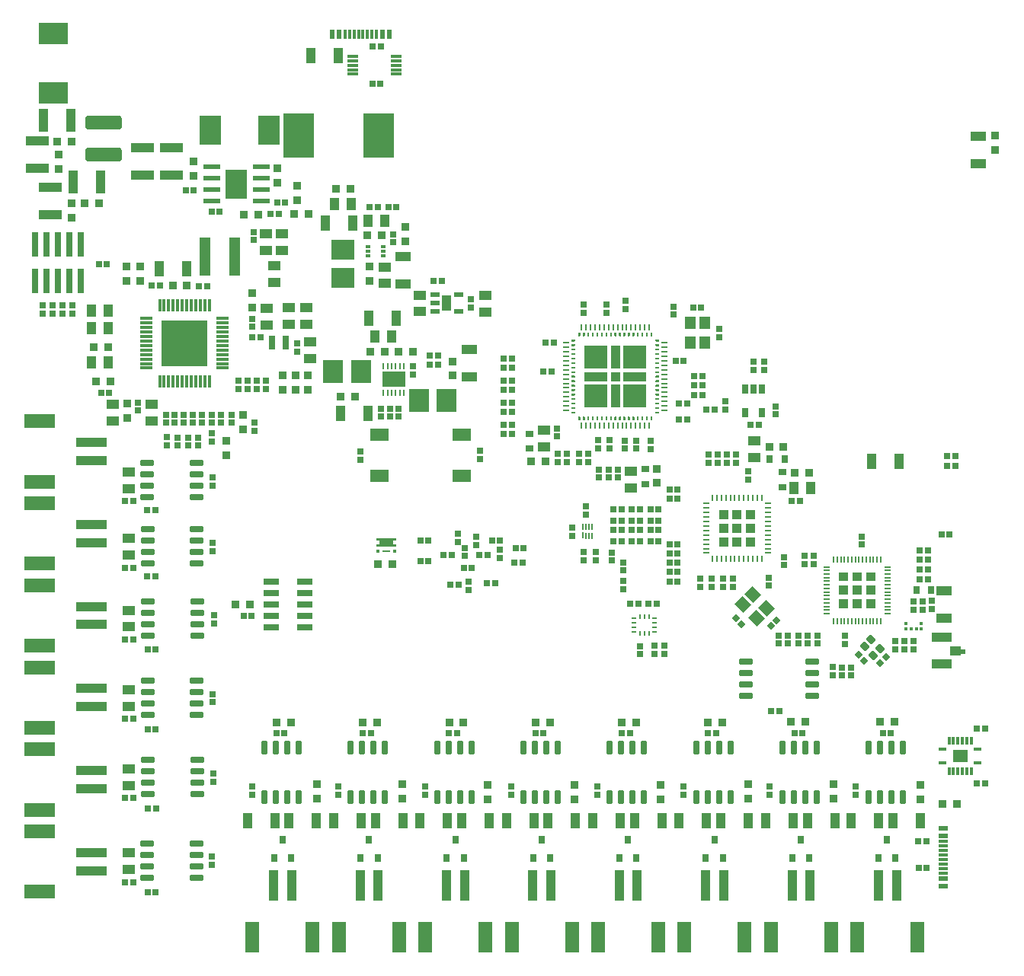
<source format=gtp>
G04*
G04 #@! TF.GenerationSoftware,Altium Limited,Altium Designer,21.6.4 (81)*
G04*
G04 Layer_Color=8421504*
%FSTAX24Y24*%
%MOIN*%
G70*
G04*
G04 #@! TF.SameCoordinates,CFC9D6D8-CD49-4BFF-A4EB-002DC6F40297*
G04*
G04*
G04 #@! TF.FilePolarity,Positive*
G04*
G01*
G75*
%ADD27R,0.0394X0.0394*%
%ADD28R,0.0394X0.0984*%
%ADD29R,0.0984X0.0984*%
%ADD30R,0.0984X0.0394*%
%ADD31R,0.0660X0.0290*%
%ADD32R,0.0252X0.0252*%
%ADD33R,0.0449X0.0236*%
%ADD34R,0.0449X0.0118*%
%ADD35R,0.0335X0.0374*%
%ADD36R,0.1299X0.0965*%
%ADD37R,0.0827X0.0551*%
%ADD38R,0.0118X0.0571*%
%ADD39R,0.0571X0.0118*%
%ADD40R,0.2047X0.2047*%
%ADD41R,0.0187X0.0118*%
%ADD42R,0.0433X0.0236*%
%ADD43R,0.0384X0.0669*%
%ADD44R,0.0752X0.0240*%
%ADD45R,0.0917X0.1268*%
%ADD46R,0.0157X0.0150*%
%ADD47R,0.0150X0.0157*%
%ADD48R,0.0256X0.0087*%
%ADD49R,0.0087X0.0256*%
%ADD50R,0.0394X0.0394*%
G04:AMPARAMS|DCode=51|XSize=23.6mil|YSize=61mil|CornerRadius=3.5mil|HoleSize=0mil|Usage=FLASHONLY|Rotation=270.000|XOffset=0mil|YOffset=0mil|HoleType=Round|Shape=RoundedRectangle|*
%AMROUNDEDRECTD51*
21,1,0.0236,0.0539,0,0,270.0*
21,1,0.0165,0.0610,0,0,270.0*
1,1,0.0071,-0.0270,-0.0083*
1,1,0.0071,-0.0270,0.0083*
1,1,0.0071,0.0270,0.0083*
1,1,0.0071,0.0270,-0.0083*
%
%ADD51ROUNDEDRECTD51*%
%ADD52R,0.0197X0.0197*%
G04:AMPARAMS|DCode=53|XSize=33.5mil|YSize=29.5mil|CornerRadius=4.4mil|HoleSize=0mil|Usage=FLASHONLY|Rotation=135.000|XOffset=0mil|YOffset=0mil|HoleType=Round|Shape=RoundedRectangle|*
%AMROUNDEDRECTD53*
21,1,0.0335,0.0207,0,0,135.0*
21,1,0.0246,0.0295,0,0,135.0*
1,1,0.0089,-0.0014,0.0160*
1,1,0.0089,0.0160,-0.0014*
1,1,0.0089,0.0014,-0.0160*
1,1,0.0089,-0.0160,0.0014*
%
%ADD53ROUNDEDRECTD53*%
%ADD54R,0.0450X0.0410*%
%ADD55R,0.0890X0.0410*%
%ADD56R,0.1043X0.0394*%
%ADD57R,0.0291X0.1098*%
%ADD58R,0.0591X0.1339*%
%ADD59R,0.0394X0.1378*%
%ADD60R,0.0236X0.0449*%
%ADD61R,0.0118X0.0449*%
%ADD62R,0.0945X0.1299*%
%ADD63R,0.0315X0.0354*%
%ADD64R,0.1339X0.1969*%
%ADD65R,0.0465X0.1709*%
%ADD66R,0.0315X0.0630*%
%ADD67R,0.0866X0.0984*%
%ADD68R,0.0138X0.0118*%
%ADD69R,0.0343X0.0093*%
%ADD70R,0.0374X0.0335*%
%ADD71R,0.0394X0.0689*%
%ADD72R,0.0098X0.0315*%
%ADD73R,0.1043X0.0689*%
G04:AMPARAMS|DCode=74|XSize=23.6mil|YSize=61mil|CornerRadius=3.5mil|HoleSize=0mil|Usage=FLASHONLY|Rotation=0.000|XOffset=0mil|YOffset=0mil|HoleType=Round|Shape=RoundedRectangle|*
%AMROUNDEDRECTD74*
21,1,0.0236,0.0539,0,0,0.0*
21,1,0.0165,0.0610,0,0,0.0*
1,1,0.0071,0.0083,-0.0270*
1,1,0.0071,-0.0083,-0.0270*
1,1,0.0071,-0.0083,0.0270*
1,1,0.0071,0.0083,0.0270*
%
%ADD74ROUNDEDRECTD74*%
%ADD75R,0.0098X0.0187*%
%ADD76R,0.0187X0.0098*%
%ADD77R,0.0472X0.0120*%
G04:AMPARAMS|DCode=78|XSize=9.8mil|YSize=23.6mil|CornerRadius=1.5mil|HoleSize=0mil|Usage=FLASHONLY|Rotation=180.000|XOffset=0mil|YOffset=0mil|HoleType=Round|Shape=RoundedRectangle|*
%AMROUNDEDRECTD78*
21,1,0.0098,0.0207,0,0,180.0*
21,1,0.0069,0.0236,0,0,180.0*
1,1,0.0030,-0.0034,0.0103*
1,1,0.0030,0.0034,0.0103*
1,1,0.0030,0.0034,-0.0103*
1,1,0.0030,-0.0034,-0.0103*
%
%ADD78ROUNDEDRECTD78*%
G04:AMPARAMS|DCode=79|XSize=9.8mil|YSize=23.6mil|CornerRadius=1.5mil|HoleSize=0mil|Usage=FLASHONLY|Rotation=270.000|XOffset=0mil|YOffset=0mil|HoleType=Round|Shape=RoundedRectangle|*
%AMROUNDEDRECTD79*
21,1,0.0098,0.0207,0,0,270.0*
21,1,0.0069,0.0236,0,0,270.0*
1,1,0.0030,-0.0103,-0.0034*
1,1,0.0030,-0.0103,0.0034*
1,1,0.0030,0.0103,0.0034*
1,1,0.0030,0.0103,-0.0034*
%
%ADD79ROUNDEDRECTD79*%
G04:AMPARAMS|DCode=80|XSize=55.1mil|YSize=47.2mil|CornerRadius=0mil|HoleSize=0mil|Usage=FLASHONLY|Rotation=315.000|XOffset=0mil|YOffset=0mil|HoleType=Round|Shape=Rectangle|*
%AMROTATEDRECTD80*
4,1,4,-0.0362,0.0028,-0.0028,0.0362,0.0362,-0.0028,0.0028,-0.0362,-0.0362,0.0028,0.0*
%
%ADD80ROTATEDRECTD80*%

G04:AMPARAMS|DCode=81|XSize=157.5mil|YSize=59.1mil|CornerRadius=8.9mil|HoleSize=0mil|Usage=FLASHONLY|Rotation=0.000|XOffset=0mil|YOffset=0mil|HoleType=Round|Shape=RoundedRectangle|*
%AMROUNDEDRECTD81*
21,1,0.1575,0.0413,0,0,0.0*
21,1,0.1398,0.0591,0,0,0.0*
1,1,0.0177,0.0699,-0.0207*
1,1,0.0177,-0.0699,-0.0207*
1,1,0.0177,-0.0699,0.0207*
1,1,0.0177,0.0699,0.0207*
%
%ADD81ROUNDEDRECTD81*%
%ADD82C,0.0083*%
%ADD83O,0.0077X0.0300*%
%ADD84O,0.0300X0.0077*%
%ADD85R,0.0551X0.0394*%
G04:AMPARAMS|DCode=86|XSize=10.2mil|YSize=35.4mil|CornerRadius=1.3mil|HoleSize=0mil|Usage=FLASHONLY|Rotation=180.000|XOffset=0mil|YOffset=0mil|HoleType=Round|Shape=RoundedRectangle|*
%AMROUNDEDRECTD86*
21,1,0.0102,0.0329,0,0,180.0*
21,1,0.0077,0.0354,0,0,180.0*
1,1,0.0026,-0.0038,0.0164*
1,1,0.0026,0.0038,0.0164*
1,1,0.0026,0.0038,-0.0164*
1,1,0.0026,-0.0038,-0.0164*
%
%ADD86ROUNDEDRECTD86*%
G04:AMPARAMS|DCode=87|XSize=35.4mil|YSize=10.2mil|CornerRadius=1.3mil|HoleSize=0mil|Usage=FLASHONLY|Rotation=180.000|XOffset=0mil|YOffset=0mil|HoleType=Round|Shape=RoundedRectangle|*
%AMROUNDEDRECTD87*
21,1,0.0354,0.0077,0,0,180.0*
21,1,0.0329,0.0102,0,0,180.0*
1,1,0.0026,-0.0164,0.0038*
1,1,0.0026,0.0164,0.0038*
1,1,0.0026,0.0164,-0.0038*
1,1,0.0026,-0.0164,-0.0038*
%
%ADD87ROUNDEDRECTD87*%
%ADD88R,0.0252X0.0252*%
%ADD89R,0.0394X0.0551*%
%ADD90R,0.0689X0.0394*%
%ADD91P,0.0356X4X360.0*%
%ADD92P,0.0356X4X90.0*%
%ADD93R,0.0472X0.0551*%
%ADD94R,0.0075X0.0303*%
G04:AMPARAMS|DCode=95|XSize=23.6mil|YSize=43.3mil|CornerRadius=2.4mil|HoleSize=0mil|Usage=FLASHONLY|Rotation=0.000|XOffset=0mil|YOffset=0mil|HoleType=Round|Shape=RoundedRectangle|*
%AMROUNDEDRECTD95*
21,1,0.0236,0.0386,0,0,0.0*
21,1,0.0189,0.0433,0,0,0.0*
1,1,0.0047,0.0094,-0.0193*
1,1,0.0047,-0.0094,-0.0193*
1,1,0.0047,-0.0094,0.0193*
1,1,0.0047,0.0094,0.0193*
%
%ADD95ROUNDEDRECTD95*%
%ADD96R,0.0984X0.0866*%
%ADD97R,0.0394X0.1043*%
%ADD98R,0.0276X0.0335*%
%ADD99R,0.0075X0.0280*%
%ADD100R,0.0335X0.0276*%
%ADD101R,0.1339X0.0591*%
%ADD102R,0.1378X0.0394*%
G36*
X040606Y036801D02*
X040606Y036682D01*
X040523D01*
X040523Y036801D01*
X040606Y036801D01*
D02*
G37*
G36*
X040409Y036682D02*
X040327D01*
X040327Y036801D01*
X040409Y036801D01*
X040409Y036682D01*
D02*
G37*
G36*
X040212D02*
X04013D01*
X04013Y036801D01*
X040212Y036801D01*
X040212Y036682D01*
D02*
G37*
G36*
X039819Y036801D02*
X039819Y036682D01*
X039736D01*
X039736Y036801D01*
X039819Y036801D01*
D02*
G37*
G36*
X039622D02*
X039622Y036682D01*
X039539D01*
X039539Y036801D01*
X039622Y036801D01*
D02*
G37*
G36*
X039425Y036682D02*
X039342D01*
X039342Y036801D01*
X039425D01*
X039425Y036682D01*
D02*
G37*
G36*
X038638D02*
X038555D01*
X038555Y036801D01*
X038638D01*
X038638Y036682D01*
D02*
G37*
G36*
X038441D02*
X038358D01*
X038358Y036801D01*
X038441D01*
X038441Y036682D01*
D02*
G37*
G36*
X038244D02*
X038161D01*
X038161Y036801D01*
X038244D01*
X038244Y036682D01*
D02*
G37*
G36*
X038047D02*
X037964Y036682D01*
X037964Y036801D01*
X038047D01*
X038047Y036682D01*
D02*
G37*
G36*
X03785D02*
X037767D01*
X037767Y036801D01*
X03785Y036801D01*
X03785Y036682D01*
D02*
G37*
G36*
X037653D02*
X037571D01*
X037571Y036801D01*
X037653Y036801D01*
X037653Y036682D01*
D02*
G37*
G36*
X037456D02*
X037374D01*
X037374Y036801D01*
X037456D01*
X037456Y036682D01*
D02*
G37*
G36*
X040016Y036682D02*
X039933Y036682D01*
X039933Y036801D01*
X040016D01*
X040016Y036682D01*
D02*
G37*
G36*
X039228D02*
X039145Y036682D01*
X039145Y036801D01*
X039228D01*
X039228Y036682D01*
D02*
G37*
G36*
X039031D02*
X038949Y036682D01*
X038949Y036801D01*
X039031D01*
X039031Y036682D01*
D02*
G37*
G36*
X038834D02*
X038752D01*
X038752Y036801D01*
X038834D01*
X038834Y036682D01*
D02*
G37*
G36*
X040899Y036507D02*
Y036425D01*
X040781Y036425D01*
X040781Y036507D01*
X040899Y036507D01*
D02*
G37*
G36*
X037199Y036425D02*
X03708Y036425D01*
X03708Y036507D01*
X037199Y036507D01*
X037199Y036425D01*
D02*
G37*
G36*
X040899Y03631D02*
Y036228D01*
X040781Y036228D01*
Y03631D01*
X040899Y03631D01*
D02*
G37*
G36*
X037199Y036228D02*
X03708Y036228D01*
X03708Y03631D01*
X037199Y03631D01*
X037199Y036228D01*
D02*
G37*
G36*
X040899Y036114D02*
Y036031D01*
X040781Y036031D01*
X040781Y036114D01*
X040899Y036114D01*
D02*
G37*
G36*
X037199Y036031D02*
X03708Y036031D01*
X03708Y036114D01*
X037199Y036114D01*
Y036031D01*
D02*
G37*
G36*
X040899Y035917D02*
Y035834D01*
X040781Y035834D01*
Y035917D01*
X040899Y035917D01*
D02*
G37*
G36*
X037199Y035834D02*
X03708Y035834D01*
X03708Y035917D01*
X037199Y035917D01*
X037199Y035834D01*
D02*
G37*
G36*
X040899Y03572D02*
Y035637D01*
X040781Y035637D01*
X040781Y03572D01*
X040899Y03572D01*
D02*
G37*
G36*
X037199Y035637D02*
X03708Y035637D01*
X03708Y03572D01*
X037199Y03572D01*
X037199Y035637D01*
D02*
G37*
G36*
X040899Y035523D02*
X040899Y03544D01*
X040781Y03544D01*
X040781Y035523D01*
X040899Y035523D01*
D02*
G37*
G36*
X037199Y03544D02*
X03708Y03544D01*
Y035523D01*
X037199Y035523D01*
X037199Y03544D01*
D02*
G37*
G36*
X040899Y035326D02*
X040899Y035243D01*
X040781Y035243D01*
Y035326D01*
X040899Y035326D01*
D02*
G37*
G36*
X037199Y035243D02*
X03708Y035243D01*
Y035326D01*
X037199Y035326D01*
X037199Y035243D01*
D02*
G37*
G36*
X040899Y035129D02*
Y035047D01*
X040781Y035047D01*
Y035129D01*
X040899Y035129D01*
D02*
G37*
G36*
X037199Y035047D02*
X03708Y035047D01*
Y035129D01*
X037199Y035129D01*
X037199Y035047D01*
D02*
G37*
G36*
X040899Y034932D02*
Y03485D01*
X040781Y03485D01*
Y034932D01*
X040899Y034932D01*
D02*
G37*
G36*
X037199Y03485D02*
X03708Y03485D01*
X03708Y034932D01*
X037199Y034932D01*
Y03485D01*
D02*
G37*
G36*
X040899Y034736D02*
X040899Y034653D01*
X040781Y034653D01*
X040781Y034736D01*
X040899Y034736D01*
D02*
G37*
G36*
X037199Y034653D02*
X03708Y034653D01*
X03708Y034736D01*
X037199Y034736D01*
Y034653D01*
D02*
G37*
G36*
X040899Y034539D02*
Y034456D01*
X040781Y034456D01*
Y034539D01*
X040899Y034539D01*
D02*
G37*
G36*
X037199Y034456D02*
X03708Y034456D01*
X03708Y034539D01*
X037199Y034539D01*
X037199Y034456D01*
D02*
G37*
G36*
X040899Y034342D02*
Y034259D01*
X040781Y034259D01*
X040781Y034342D01*
X040899Y034342D01*
D02*
G37*
G36*
X037199Y034259D02*
X03708Y034259D01*
Y034342D01*
X037199Y034342D01*
X037199Y034259D01*
D02*
G37*
G36*
X040899Y034145D02*
X040899Y034062D01*
X040781Y034062D01*
Y034145D01*
X040899Y034145D01*
D02*
G37*
G36*
X037199Y034062D02*
X03708Y034062D01*
Y034145D01*
X037199Y034145D01*
Y034062D01*
D02*
G37*
G36*
X040899Y033948D02*
X040899Y033866D01*
X040781Y033866D01*
Y033948D01*
X040899Y033948D01*
D02*
G37*
G36*
X037199Y033865D02*
X03708Y033866D01*
X03708Y033948D01*
X037199Y033948D01*
Y033865D01*
D02*
G37*
G36*
X040899Y033751D02*
X040899Y033669D01*
X040781Y033669D01*
Y033751D01*
X040899Y033751D01*
D02*
G37*
G36*
X037199Y033669D02*
X03708Y033669D01*
X03708Y033751D01*
X037199Y033751D01*
Y033669D01*
D02*
G37*
G36*
X040899Y033554D02*
Y033472D01*
X040781Y033472D01*
X040781Y033555D01*
X040899Y033554D01*
D02*
G37*
G36*
X037199Y033472D02*
X03708Y033472D01*
X03708Y033554D01*
X037199Y033554D01*
Y033472D01*
D02*
G37*
G36*
X040899Y033358D02*
Y033275D01*
X040781Y033275D01*
X040781Y033358D01*
X040899Y033358D01*
D02*
G37*
G36*
X037199Y033275D02*
X03708Y033275D01*
X03708Y033358D01*
X037199Y033358D01*
Y033275D01*
D02*
G37*
G36*
X040606Y0331D02*
X040606Y032982D01*
X040523D01*
X040523Y0331D01*
X040606Y0331D01*
D02*
G37*
G36*
X040409D02*
X040409Y032982D01*
X040327D01*
X040327Y0331D01*
X040409Y0331D01*
D02*
G37*
G36*
X040212Y032982D02*
X04013D01*
X04013Y0331D01*
X040212D01*
X040212Y032982D01*
D02*
G37*
G36*
X040016D02*
X039933D01*
X039933Y0331D01*
X040016Y0331D01*
X040016Y032982D01*
D02*
G37*
G36*
X039819D02*
X039736D01*
X039736Y0331D01*
X039819D01*
X039819Y032982D01*
D02*
G37*
G36*
X039622Y0331D02*
X039622Y032982D01*
X039539D01*
X039539Y0331D01*
X039622Y0331D01*
D02*
G37*
G36*
X039425Y032982D02*
X039342D01*
X039342Y0331D01*
X039425D01*
X039425Y032982D01*
D02*
G37*
G36*
X039228D02*
X039145D01*
X039145Y0331D01*
X039228D01*
X039228Y032982D01*
D02*
G37*
G36*
X039031D02*
X038949D01*
X038949Y0331D01*
X039031D01*
X039031Y032982D01*
D02*
G37*
G36*
X038834Y032982D02*
X038752D01*
X038752Y0331D01*
X038834D01*
X038834Y032982D01*
D02*
G37*
G36*
X038638D02*
X038555D01*
X038555Y0331D01*
X038638D01*
X038638Y032982D01*
D02*
G37*
G36*
X038441D02*
X038358D01*
X038358Y0331D01*
X038441D01*
X038441Y032982D01*
D02*
G37*
G36*
X038244D02*
X038161D01*
X038161Y0331D01*
X038244D01*
X038244Y032982D01*
D02*
G37*
G36*
X038047D02*
X037964D01*
X037964Y0331D01*
X038047D01*
X038047Y032982D01*
D02*
G37*
G36*
X03785D02*
X037767D01*
X037767Y0331D01*
X03785D01*
X03785Y032982D01*
D02*
G37*
G36*
X037653D02*
X037571D01*
X037571Y0331D01*
X037653D01*
X037653Y032982D01*
D02*
G37*
G36*
X037456D02*
X037374D01*
X037374Y0331D01*
X037456D01*
X037456Y032982D01*
D02*
G37*
G36*
X029394Y027698D02*
X029256Y027698D01*
Y02756D01*
X029394Y02756D01*
X029394Y027442D01*
X028528Y027442D01*
Y02756D01*
X028666Y02756D01*
X028666Y027698D01*
X028528Y027698D01*
Y027816D01*
X029394Y027816D01*
X029394Y027698D01*
D02*
G37*
G36*
X050354Y025931D02*
X049961D01*
Y026325D01*
X050354D01*
Y025931D01*
D02*
G37*
G36*
X049764D02*
X04937D01*
Y026325D01*
X049764D01*
Y025931D01*
D02*
G37*
G36*
X049173D02*
X04878D01*
Y026325D01*
X049173D01*
Y025931D01*
D02*
G37*
G36*
X050354Y025341D02*
X049961D01*
Y025734D01*
X050354D01*
Y025341D01*
D02*
G37*
G36*
X049173D02*
X04878D01*
Y025734D01*
X049173D01*
Y025341D01*
D02*
G37*
G36*
X050354Y02475D02*
X049961D01*
Y025144D01*
X050354D01*
Y02475D01*
D02*
G37*
G36*
X049764D02*
X04937D01*
Y025144D01*
X049764D01*
Y02475D01*
D02*
G37*
G36*
X049173D02*
X04878D01*
Y025144D01*
X049173D01*
Y02475D01*
D02*
G37*
G36*
X054398Y01803D02*
X05376D01*
Y018542D01*
X054398D01*
Y01803D01*
D02*
G37*
D27*
X044906Y02884D02*
D03*
X044316Y02884D02*
D03*
X043725D02*
D03*
X043725Y028249D02*
D03*
X044906Y028249D02*
D03*
X044906Y027659D02*
D03*
X043725Y027659D02*
D03*
X044316Y027659D02*
D03*
X044316Y028249D02*
D03*
X03899Y034891D02*
D03*
D28*
X03899Y034045D02*
D03*
X03899Y035738D02*
D03*
D29*
X038144Y034045D02*
D03*
X038144Y035738D02*
D03*
X039836D02*
D03*
X039836Y034045D02*
D03*
D30*
X038144Y034891D02*
D03*
X039836Y034891D02*
D03*
D31*
X025396Y025419D02*
D03*
X023946Y024419D02*
D03*
X025396Y025919D02*
D03*
X023946D02*
D03*
Y025419D02*
D03*
X025396Y024919D02*
D03*
X023946D02*
D03*
X025396Y024419D02*
D03*
Y023919D02*
D03*
X023946D02*
D03*
D32*
X034579Y026749D02*
D03*
X034933D02*
D03*
X033379Y025839D02*
D03*
X033733D02*
D03*
X040066Y027669D02*
D03*
X039711D02*
D03*
X04088Y028179D02*
D03*
X040526D02*
D03*
X04088Y027669D02*
D03*
X040526D02*
D03*
X039263Y028596D02*
D03*
X038909D02*
D03*
X040066Y028179D02*
D03*
X039711D02*
D03*
X040066Y028596D02*
D03*
X039711D02*
D03*
X04088D02*
D03*
X040526D02*
D03*
X04088Y029089D02*
D03*
X040526D02*
D03*
X040066D02*
D03*
X039711D02*
D03*
X054809Y019489D02*
D03*
X055163D02*
D03*
Y017079D02*
D03*
X054809D02*
D03*
X031826Y027069D02*
D03*
X031472D02*
D03*
X016489Y034189D02*
D03*
X029413Y042319D02*
D03*
X031403Y039079D02*
D03*
X035846Y019265D02*
D03*
X043402D02*
D03*
X039624D02*
D03*
X032713Y026509D02*
D03*
X033591Y027729D02*
D03*
X033393Y027089D02*
D03*
X024512Y019265D02*
D03*
X02829D02*
D03*
X032068D02*
D03*
X018873Y012309D02*
D03*
X017539Y012739D02*
D03*
X021673Y042129D02*
D03*
X030459Y027709D02*
D03*
X051043Y019279D02*
D03*
X047183D02*
D03*
X028372Y049349D02*
D03*
X028352Y047709D02*
D03*
X022719Y024409D02*
D03*
X017539Y029459D02*
D03*
X018863Y029039D02*
D03*
X017539Y026529D02*
D03*
X018863Y026139D02*
D03*
X017539Y023369D02*
D03*
X018883Y022949D02*
D03*
X018876Y019459D02*
D03*
X017539Y019919D02*
D03*
X018893Y015989D02*
D03*
X017539Y016439D02*
D03*
X047053Y029459D02*
D03*
X041361Y026749D02*
D03*
X042747Y037911D02*
D03*
X042137Y033701D02*
D03*
X042796Y034929D02*
D03*
X035849Y035109D02*
D03*
X041977Y035571D02*
D03*
X03594Y036371D02*
D03*
X052665Y02601D02*
D03*
X052665Y026876D02*
D03*
X046154Y02025D02*
D03*
X030459Y026829D02*
D03*
X031769Y025769D02*
D03*
X034973Y027389D02*
D03*
X030879Y035419D02*
D03*
X031233Y035419D02*
D03*
X030879Y035809D02*
D03*
X031233D02*
D03*
X031049Y039079D02*
D03*
X028249Y042319D02*
D03*
X028603D02*
D03*
X029059D02*
D03*
X023099Y036629D02*
D03*
X023453D02*
D03*
X021133Y038839D02*
D03*
X020779D02*
D03*
X016843Y034189D02*
D03*
X016389Y039799D02*
D03*
X016743D02*
D03*
X018709Y038879D02*
D03*
X019063D02*
D03*
X024263Y042019D02*
D03*
X020189Y043049D02*
D03*
X017893Y012739D02*
D03*
X018519Y012309D02*
D03*
X031714Y019265D02*
D03*
X027935D02*
D03*
X024157D02*
D03*
X03927D02*
D03*
X043048D02*
D03*
X035492D02*
D03*
X050689Y019279D02*
D03*
X046829D02*
D03*
X028726Y049349D02*
D03*
X028706Y047709D02*
D03*
X023073Y024409D02*
D03*
X017893Y029459D02*
D03*
X018509Y029039D02*
D03*
X017893Y026529D02*
D03*
X018509Y026139D02*
D03*
X017893Y023369D02*
D03*
X018529Y022949D02*
D03*
X018521Y019459D02*
D03*
X017893Y019919D02*
D03*
X018539Y015989D02*
D03*
X017893Y016439D02*
D03*
X04527Y032769D02*
D03*
X044916D02*
D03*
X034619Y027389D02*
D03*
X032123Y025769D02*
D03*
X030813Y026829D02*
D03*
X0458Y02025D02*
D03*
X053863Y030989D02*
D03*
X053509D02*
D03*
X053863Y031409D02*
D03*
X053509D02*
D03*
X052249Y014539D02*
D03*
X052603D02*
D03*
X052311Y026876D02*
D03*
X052252Y013369D02*
D03*
X052606D02*
D03*
X052311Y02601D02*
D03*
X052311Y026443D02*
D03*
X052665D02*
D03*
X052311Y02727D02*
D03*
X052665Y02727D02*
D03*
X036294Y036371D02*
D03*
X041623Y035571D02*
D03*
X036203Y035109D02*
D03*
X042442Y034929D02*
D03*
X042442Y034519D02*
D03*
X042796D02*
D03*
X041783Y033701D02*
D03*
X042393Y037911D02*
D03*
X042976Y033431D02*
D03*
X04333D02*
D03*
X0428Y034091D02*
D03*
X042446D02*
D03*
X041769Y033019D02*
D03*
X042123D02*
D03*
X034454Y032391D02*
D03*
X0341D02*
D03*
Y032791D02*
D03*
X034454D02*
D03*
X0341Y033341D02*
D03*
X034454D02*
D03*
X0341Y033741D02*
D03*
X034454D02*
D03*
X034454Y034311D02*
D03*
X0341D02*
D03*
Y034711D02*
D03*
X034454D02*
D03*
X0341Y035271D02*
D03*
X034454D02*
D03*
X0341Y035671D02*
D03*
X034454D02*
D03*
X041716Y026749D02*
D03*
Y027139D02*
D03*
X041361D02*
D03*
X046699Y029459D02*
D03*
X041361Y025919D02*
D03*
X041716D02*
D03*
X038909Y027669D02*
D03*
X039263D02*
D03*
X038909Y028179D02*
D03*
X039263D02*
D03*
X038909Y029089D02*
D03*
X039263D02*
D03*
X041359Y026339D02*
D03*
X041713D02*
D03*
X041361Y027549D02*
D03*
X041716D02*
D03*
X041361Y029949D02*
D03*
X041716D02*
D03*
X041361Y029549D02*
D03*
X041716Y029549D02*
D03*
X030813Y027709D02*
D03*
X040801Y024942D02*
D03*
X040447D02*
D03*
X039643D02*
D03*
X039997D02*
D03*
X021319Y042129D02*
D03*
X023909Y042019D02*
D03*
X020543Y043049D02*
D03*
X024189Y042529D02*
D03*
X024543D02*
D03*
X033946Y027729D02*
D03*
X032359Y026509D02*
D03*
X033039Y027089D02*
D03*
X053616Y027969D02*
D03*
X053261D02*
D03*
D33*
X053334Y012583D02*
D03*
X053334Y012898D02*
D03*
X053334Y014788D02*
D03*
X053334Y015103D02*
D03*
D34*
X053334Y013154D02*
D03*
Y013351D02*
D03*
Y013548D02*
D03*
Y013745D02*
D03*
Y013942D02*
D03*
Y014139D02*
D03*
X053334Y014335D02*
D03*
Y014532D02*
D03*
D35*
X053921Y016179D02*
D03*
X053291D02*
D03*
X016791Y036179D02*
D03*
X016901Y034679D02*
D03*
X016271D02*
D03*
X028771Y041079D02*
D03*
X027611Y034009D02*
D03*
X029511Y035969D02*
D03*
X028281D02*
D03*
X022731Y041989D02*
D03*
X036118Y019737D02*
D03*
X043658D02*
D03*
X039888D02*
D03*
X024807D02*
D03*
X028577D02*
D03*
X032347D02*
D03*
X026771Y043109D02*
D03*
X016161Y036179D02*
D03*
X019621Y038879D02*
D03*
X051191Y019789D02*
D03*
X047311D02*
D03*
X022381Y024909D02*
D03*
X028596Y026679D02*
D03*
X035921Y031189D02*
D03*
X047471Y030679D02*
D03*
X045721Y031819D02*
D03*
X026981Y034009D02*
D03*
X028911Y035969D02*
D03*
X030141D02*
D03*
X028141Y041079D02*
D03*
X020251Y038879D02*
D03*
X025571Y042009D02*
D03*
X027401Y043109D02*
D03*
X016411Y042479D02*
D03*
X031718Y019737D02*
D03*
X027947D02*
D03*
X024177D02*
D03*
X039258D02*
D03*
X043028D02*
D03*
X035488D02*
D03*
X050561Y019789D02*
D03*
X046681D02*
D03*
X023011Y024909D02*
D03*
X015201Y045179D02*
D03*
X046351Y031819D02*
D03*
X046841Y030679D02*
D03*
X035291Y031189D02*
D03*
X029226Y026679D02*
D03*
X024941Y042009D02*
D03*
X015781Y042479D02*
D03*
X014571Y045179D02*
D03*
X023361Y041989D02*
D03*
D36*
X014416Y049898D02*
D03*
Y0473D02*
D03*
D37*
X028684Y030563D02*
D03*
X032267D02*
D03*
X028684Y032335D02*
D03*
X032267D02*
D03*
D38*
X019053Y038013D02*
D03*
X01925D02*
D03*
X020234Y038013D02*
D03*
X020431Y038013D02*
D03*
X020628Y038013D02*
D03*
X020825D02*
D03*
X021022D02*
D03*
X021219D02*
D03*
Y034686D02*
D03*
X021022D02*
D03*
X020628Y034686D02*
D03*
X020037D02*
D03*
X019841Y034686D02*
D03*
X019644D02*
D03*
X019447D02*
D03*
X01925Y034686D02*
D03*
X019053D02*
D03*
X019447Y038013D02*
D03*
X019644D02*
D03*
X019841D02*
D03*
X020037Y038013D02*
D03*
X020825Y034686D02*
D03*
X020431Y034686D02*
D03*
X020234D02*
D03*
D39*
X021799Y037432D02*
D03*
Y037235D02*
D03*
Y036841D02*
D03*
Y036644D02*
D03*
X021799Y036448D02*
D03*
Y036251D02*
D03*
X021799Y036054D02*
D03*
Y035857D02*
D03*
Y03566D02*
D03*
Y035463D02*
D03*
Y035266D02*
D03*
X018472D02*
D03*
Y035463D02*
D03*
Y035857D02*
D03*
X018472Y036448D02*
D03*
X018472Y036644D02*
D03*
Y036841D02*
D03*
Y037038D02*
D03*
Y037235D02*
D03*
Y036054D02*
D03*
Y037432D02*
D03*
X021799Y037038D02*
D03*
X018472Y03566D02*
D03*
X018472Y036251D02*
D03*
D40*
X020136Y036349D02*
D03*
D41*
X028176Y040586D02*
D03*
Y040389D02*
D03*
X028836Y040192D02*
D03*
Y040389D02*
D03*
Y040586D02*
D03*
X028176Y040192D02*
D03*
D42*
X032128Y038483D02*
D03*
X032128Y037735D02*
D03*
X031104Y037735D02*
D03*
X031104Y038483D02*
D03*
X031104Y038109D02*
D03*
D43*
X031616Y038109D02*
D03*
D44*
X021323Y043067D02*
D03*
X021323Y042567D02*
D03*
X023512Y043067D02*
D03*
Y044067D02*
D03*
X023512Y042567D02*
D03*
Y043567D02*
D03*
X021323Y043567D02*
D03*
Y044067D02*
D03*
D45*
X022416Y043309D02*
D03*
D46*
X051715Y023845D02*
D03*
Y024066D02*
D03*
X052365D02*
D03*
Y023845D02*
D03*
D47*
X052153Y023845D02*
D03*
X051932D02*
D03*
D48*
X048219Y024514D02*
D03*
Y024671D02*
D03*
Y024829D02*
D03*
Y024986D02*
D03*
Y025144D02*
D03*
Y025301D02*
D03*
Y025459D02*
D03*
Y025616D02*
D03*
Y025774D02*
D03*
Y025931D02*
D03*
Y026089D02*
D03*
Y026246D02*
D03*
Y026404D02*
D03*
Y026561D02*
D03*
X050915D02*
D03*
Y026404D02*
D03*
Y026246D02*
D03*
Y026089D02*
D03*
Y025931D02*
D03*
Y025774D02*
D03*
Y025616D02*
D03*
Y025459D02*
D03*
Y025301D02*
D03*
Y025144D02*
D03*
Y024986D02*
D03*
Y024829D02*
D03*
Y024671D02*
D03*
Y024514D02*
D03*
D49*
X050276Y024189D02*
D03*
X050118D02*
D03*
X049961D02*
D03*
X049803D02*
D03*
X049646D02*
D03*
X049488D02*
D03*
X049331D02*
D03*
X049173D02*
D03*
X048858D02*
D03*
X048701D02*
D03*
X048543D02*
D03*
Y026886D02*
D03*
X048701D02*
D03*
X048858D02*
D03*
X049016D02*
D03*
X049173D02*
D03*
X049331D02*
D03*
X049488D02*
D03*
X049646D02*
D03*
X049961D02*
D03*
X050118D02*
D03*
X050276D02*
D03*
X050433D02*
D03*
X050591D02*
D03*
X049016Y024189D02*
D03*
X050433D02*
D03*
X050591D02*
D03*
X049803Y026886D02*
D03*
D50*
X049567Y025537D02*
D03*
D51*
X047591Y022417D02*
D03*
Y020917D02*
D03*
X047591Y021417D02*
D03*
Y021917D02*
D03*
X044717Y020917D02*
D03*
X044717Y021417D02*
D03*
X044717Y021917D02*
D03*
X044717Y022417D02*
D03*
X020659Y031099D02*
D03*
Y030099D02*
D03*
Y030599D02*
D03*
X018513D02*
D03*
Y030099D02*
D03*
Y029599D02*
D03*
X020659D02*
D03*
X018513Y031099D02*
D03*
X018519Y028209D02*
D03*
X018539Y025052D02*
D03*
X018519Y021583D02*
D03*
X018513Y014449D02*
D03*
X018539Y01812D02*
D03*
X018519Y026709D02*
D03*
X018539Y023552D02*
D03*
X018519Y020083D02*
D03*
X018513Y012949D02*
D03*
X018539Y01662D02*
D03*
Y01762D02*
D03*
Y01712D02*
D03*
X020685Y01812D02*
D03*
Y01762D02*
D03*
Y01712D02*
D03*
Y01662D02*
D03*
X018513Y013949D02*
D03*
Y013449D02*
D03*
X020659Y014449D02*
D03*
Y013949D02*
D03*
Y013449D02*
D03*
Y012949D02*
D03*
X018519Y021083D02*
D03*
Y020583D02*
D03*
X020665Y021583D02*
D03*
Y021083D02*
D03*
Y020583D02*
D03*
Y020083D02*
D03*
X020685Y024052D02*
D03*
Y024552D02*
D03*
Y025052D02*
D03*
X018539Y024552D02*
D03*
Y024052D02*
D03*
X020685Y023552D02*
D03*
X020665Y028209D02*
D03*
Y027209D02*
D03*
Y027709D02*
D03*
X018519D02*
D03*
Y027209D02*
D03*
X020665Y026709D02*
D03*
D52*
X054189Y022852D02*
D03*
D53*
X050556Y022989D02*
D03*
X049888Y023073D02*
D03*
X05018Y023365D02*
D03*
X050264Y022697D02*
D03*
D54*
X05388Y02289D02*
D03*
D55*
X05327Y022309D02*
D03*
Y023471D02*
D03*
D56*
X014266Y04318D02*
D03*
Y041979D02*
D03*
X018296Y0449D02*
D03*
X019576Y0449D02*
D03*
X013686Y044029D02*
D03*
X018296Y043699D02*
D03*
X019576D02*
D03*
X013686Y04523D02*
D03*
D57*
X015606Y039078D02*
D03*
X015106D02*
D03*
X014606Y039078D02*
D03*
X014106Y039078D02*
D03*
X013606D02*
D03*
X015606Y04068D02*
D03*
X015106D02*
D03*
X014606Y04068D02*
D03*
X014106Y04068D02*
D03*
X013606D02*
D03*
D58*
X045792Y010335D02*
D03*
X04843D02*
D03*
X029531D02*
D03*
X026893D02*
D03*
X030673Y010335D02*
D03*
X033311D02*
D03*
X04087Y010335D02*
D03*
X038233D02*
D03*
X037091D02*
D03*
X034453D02*
D03*
X04465D02*
D03*
X042013D02*
D03*
X049572D02*
D03*
X05221D02*
D03*
X023113D02*
D03*
X025751D02*
D03*
D59*
X046718Y012599D02*
D03*
X047505D02*
D03*
X028606D02*
D03*
X027818D02*
D03*
X031598Y012599D02*
D03*
X032386Y012599D02*
D03*
X039945D02*
D03*
X039158D02*
D03*
X036165D02*
D03*
X035378D02*
D03*
X043725D02*
D03*
X042938D02*
D03*
X050498D02*
D03*
X051285D02*
D03*
X024038D02*
D03*
X024826D02*
D03*
D60*
X026907Y049877D02*
D03*
X028797Y049877D02*
D03*
X029111Y049877D02*
D03*
X026592Y049877D02*
D03*
D61*
X027163D02*
D03*
X02736D02*
D03*
X027556Y049877D02*
D03*
X027753D02*
D03*
X02795D02*
D03*
X028147D02*
D03*
X028344D02*
D03*
X028541D02*
D03*
D62*
X023836Y045679D02*
D03*
X021277D02*
D03*
D63*
X04747Y013815D02*
D03*
X046722Y013815D02*
D03*
X047096Y014603D02*
D03*
X039542D02*
D03*
X035766D02*
D03*
X043319D02*
D03*
X031989D02*
D03*
X028212D02*
D03*
X050866Y014603D02*
D03*
X024436Y014603D02*
D03*
X02481Y013815D02*
D03*
X024062D02*
D03*
X05124Y013815D02*
D03*
X050492D02*
D03*
X039917Y013815D02*
D03*
X039168D02*
D03*
X03614D02*
D03*
X035392D02*
D03*
X043693D02*
D03*
X042945D02*
D03*
X027838D02*
D03*
X028587D02*
D03*
X031615D02*
D03*
X032363D02*
D03*
D64*
X025146Y045439D02*
D03*
X02865D02*
D03*
D65*
X022334Y040164D02*
D03*
X021031D02*
D03*
D66*
X023971Y036369D02*
D03*
X024561D02*
D03*
D67*
X031616Y033849D02*
D03*
X030396D02*
D03*
X026635Y035129D02*
D03*
X027856D02*
D03*
D68*
X028597Y027245D02*
D03*
X029325Y027245D02*
D03*
D69*
X028977Y027238D02*
D03*
D70*
X025006Y034954D02*
D03*
X025006Y034324D02*
D03*
X017626Y033074D02*
D03*
Y033704D02*
D03*
X028236Y039714D02*
D03*
X031876Y035564D02*
D03*
X037216Y017024D02*
D03*
X040976D02*
D03*
X044796Y017034D02*
D03*
X020526Y044314D02*
D03*
X033416Y017014D02*
D03*
X029656Y017034D02*
D03*
X022716Y032574D02*
D03*
X023116Y037914D02*
D03*
X024426Y034324D02*
D03*
X018186Y039714D02*
D03*
X021956Y031454D02*
D03*
X014636Y043979D02*
D03*
X015206Y041854D02*
D03*
X052346Y017014D02*
D03*
X048526Y017044D02*
D03*
X055606Y044824D02*
D03*
X025946Y017039D02*
D03*
X040816Y030864D02*
D03*
X025536Y034324D02*
D03*
X025536Y034954D02*
D03*
X024426Y034954D02*
D03*
X031876Y034934D02*
D03*
X028236Y039084D02*
D03*
X029786Y040824D02*
D03*
Y041454D02*
D03*
X022716Y033204D02*
D03*
X023116Y038544D02*
D03*
X018186Y039084D02*
D03*
X021956Y032084D02*
D03*
X017586Y039084D02*
D03*
Y039714D02*
D03*
X020526Y043684D02*
D03*
X040816Y030234D02*
D03*
X025946Y016409D02*
D03*
X055606Y045454D02*
D03*
X048526Y016414D02*
D03*
X052346Y016384D02*
D03*
X015206Y042484D02*
D03*
X014636Y044609D02*
D03*
X025066Y043234D02*
D03*
X037216Y016394D02*
D03*
X040976D02*
D03*
X044796Y016404D02*
D03*
X029656D02*
D03*
X033416Y016384D02*
D03*
X025066Y042604D02*
D03*
X024216Y043384D02*
D03*
Y044014D02*
D03*
D71*
X046756Y015439D02*
D03*
X045555D02*
D03*
X028215Y037459D02*
D03*
X028156Y033289D02*
D03*
X026305Y041629D02*
D03*
X019035Y039629D02*
D03*
X050215Y031169D02*
D03*
X026955Y033289D02*
D03*
X029416Y037459D02*
D03*
X020236Y039629D02*
D03*
X027506Y041629D02*
D03*
X051416Y031169D02*
D03*
X024086Y015439D02*
D03*
X022885D02*
D03*
X025916D02*
D03*
X024715D02*
D03*
X048586D02*
D03*
X047385D02*
D03*
X052336D02*
D03*
X051135D02*
D03*
X050506D02*
D03*
X049305D02*
D03*
X025675Y048949D02*
D03*
X026876D02*
D03*
X035421Y015439D02*
D03*
X03422D02*
D03*
X031643D02*
D03*
X030442D02*
D03*
X037251D02*
D03*
X03605D02*
D03*
X033473D02*
D03*
X032272D02*
D03*
X04103D02*
D03*
X039829D02*
D03*
X0392D02*
D03*
X037999D02*
D03*
X044808D02*
D03*
X043607D02*
D03*
X042978D02*
D03*
X041777D02*
D03*
X028494D02*
D03*
X029695D02*
D03*
X026664D02*
D03*
X027865D02*
D03*
D72*
X02973Y035359D02*
D03*
X029553Y035359D02*
D03*
X029199D02*
D03*
X028844D02*
D03*
Y034178D02*
D03*
X029199D02*
D03*
X029376D02*
D03*
X02973Y034178D02*
D03*
X029376Y035359D02*
D03*
X029021D02*
D03*
Y034178D02*
D03*
X029553Y034178D02*
D03*
D73*
X029287Y034769D02*
D03*
D74*
X046296Y016489D02*
D03*
X046796D02*
D03*
X047296D02*
D03*
X046296Y018635D02*
D03*
X047796D02*
D03*
X046796D02*
D03*
X047296D02*
D03*
X047796Y016489D02*
D03*
X040242D02*
D03*
X039742Y018635D02*
D03*
X036465Y016489D02*
D03*
X035965Y018635D02*
D03*
X044019Y016489D02*
D03*
X043519Y018635D02*
D03*
X024633D02*
D03*
X025133Y016489D02*
D03*
X02841Y018635D02*
D03*
X02891Y016489D02*
D03*
X032187Y018635D02*
D03*
X032687Y016489D02*
D03*
X051066Y018635D02*
D03*
X051566Y016489D02*
D03*
X031687Y018635D02*
D03*
X02791D02*
D03*
X024133D02*
D03*
X043019D02*
D03*
X035465D02*
D03*
X039242D02*
D03*
X050566D02*
D03*
X050066Y016489D02*
D03*
X050566D02*
D03*
X051066D02*
D03*
X050066Y018635D02*
D03*
X051566D02*
D03*
X042519Y016489D02*
D03*
X038742D02*
D03*
X034965D02*
D03*
X031187D02*
D03*
X02741D02*
D03*
X023633D02*
D03*
X039242D02*
D03*
X039742D02*
D03*
X038742Y018635D02*
D03*
X040242D02*
D03*
X035465Y016489D02*
D03*
X035965D02*
D03*
X034965Y018635D02*
D03*
X036465D02*
D03*
X043019Y016489D02*
D03*
X043519D02*
D03*
X042519Y018635D02*
D03*
X044019D02*
D03*
X024633Y016489D02*
D03*
X024133D02*
D03*
X023633Y018635D02*
D03*
X025133D02*
D03*
X02841Y016489D02*
D03*
X02791D02*
D03*
X02741Y018635D02*
D03*
X02891D02*
D03*
X032187Y016489D02*
D03*
X031687D02*
D03*
X031187Y018635D02*
D03*
X032687D02*
D03*
D75*
X040061Y023651D02*
D03*
X040455Y02437D02*
D03*
X040061D02*
D03*
X040258D02*
D03*
Y023651D02*
D03*
X040455D02*
D03*
D76*
X040716Y024306D02*
D03*
X040716Y023715D02*
D03*
Y023912D02*
D03*
Y024109D02*
D03*
X0398Y024306D02*
D03*
X0398Y023715D02*
D03*
Y023912D02*
D03*
Y024109D02*
D03*
D77*
X029406Y048722D02*
D03*
X029406Y048525D02*
D03*
X027516Y048919D02*
D03*
Y048722D02*
D03*
Y048329D02*
D03*
Y048132D02*
D03*
X029406Y048132D02*
D03*
Y048329D02*
D03*
Y048919D02*
D03*
X027516Y048525D02*
D03*
D78*
X045399Y026911D02*
D03*
X045202D02*
D03*
X045005D02*
D03*
X044808D02*
D03*
X044611Y026911D02*
D03*
X044414Y026911D02*
D03*
X044217Y026911D02*
D03*
X044021D02*
D03*
X043824Y026911D02*
D03*
X043627Y026911D02*
D03*
X04343D02*
D03*
X043233Y026911D02*
D03*
Y029588D02*
D03*
X04343D02*
D03*
X043627D02*
D03*
X043824D02*
D03*
X044021Y029588D02*
D03*
X044217D02*
D03*
X044414Y029588D02*
D03*
X044611D02*
D03*
X044808D02*
D03*
X045005D02*
D03*
X045202D02*
D03*
X045399D02*
D03*
D79*
X042977Y027166D02*
D03*
Y027363D02*
D03*
Y02756D02*
D03*
X042977Y027757D02*
D03*
Y027954D02*
D03*
Y028151D02*
D03*
X042977Y028348D02*
D03*
X042977Y028741D02*
D03*
Y028938D02*
D03*
Y029135D02*
D03*
Y029332D02*
D03*
X045654Y029332D02*
D03*
Y029135D02*
D03*
Y028938D02*
D03*
X045654Y028741D02*
D03*
Y028544D02*
D03*
Y028348D02*
D03*
X045654Y028151D02*
D03*
X045654Y027954D02*
D03*
Y027757D02*
D03*
Y02756D02*
D03*
Y027363D02*
D03*
Y027166D02*
D03*
X042977Y028544D02*
D03*
D80*
X045615Y024746D02*
D03*
X044557Y024913D02*
D03*
X045169Y0243D02*
D03*
X045002Y025358D02*
D03*
D81*
X016586Y046018D02*
D03*
Y0446D02*
D03*
D82*
X037415Y0331D02*
D03*
X038793D02*
D03*
X038596Y0331D02*
D03*
X038399D02*
D03*
X038203D02*
D03*
X037809Y0331D02*
D03*
X037612D02*
D03*
X040565Y0331D02*
D03*
X040368D02*
D03*
X040171Y0331D02*
D03*
X039974Y0331D02*
D03*
X039777D02*
D03*
X03958D02*
D03*
X039384D02*
D03*
X039187D02*
D03*
X03899D02*
D03*
X037199Y035875D02*
D03*
X037199Y036072D02*
D03*
X037199Y036466D02*
D03*
Y033316D02*
D03*
Y033513D02*
D03*
Y03371D02*
D03*
Y033907D02*
D03*
Y034104D02*
D03*
Y034301D02*
D03*
X037199Y034497D02*
D03*
X037199Y034694D02*
D03*
Y034891D02*
D03*
Y035088D02*
D03*
Y035285D02*
D03*
Y035482D02*
D03*
X037199Y035679D02*
D03*
X037415Y036682D02*
D03*
X037612D02*
D03*
X037809D02*
D03*
X038006D02*
D03*
X038203D02*
D03*
X038399D02*
D03*
X038596D02*
D03*
X038793D02*
D03*
X03899D02*
D03*
X039187D02*
D03*
X039384D02*
D03*
X03958D02*
D03*
X039777D02*
D03*
X039974D02*
D03*
X040171D02*
D03*
X040368D02*
D03*
X040565D02*
D03*
X040781Y035679D02*
D03*
X040781Y036072D02*
D03*
Y036269D02*
D03*
X040781Y036466D02*
D03*
X040781Y033907D02*
D03*
Y03371D02*
D03*
Y033513D02*
D03*
Y033316D02*
D03*
X040781Y035482D02*
D03*
Y035088D02*
D03*
Y034694D02*
D03*
X040781Y034301D02*
D03*
X040781Y034104D02*
D03*
X040781Y034497D02*
D03*
X040781Y034891D02*
D03*
X040781Y035285D02*
D03*
X040781Y035875D02*
D03*
X037199Y036269D02*
D03*
X038006Y0331D02*
D03*
D83*
X038891Y032733D02*
D03*
X038695Y032733D02*
D03*
X038498D02*
D03*
X038301D02*
D03*
X038104D02*
D03*
X03771D02*
D03*
X037514D02*
D03*
X040466D02*
D03*
X040269Y032733D02*
D03*
X040073D02*
D03*
X039876D02*
D03*
X039679Y032733D02*
D03*
X039482Y032733D02*
D03*
X039285D02*
D03*
X039088D02*
D03*
X037514Y037049D02*
D03*
X03771D02*
D03*
X037907D02*
D03*
X038104D02*
D03*
X038301D02*
D03*
X038498D02*
D03*
X038695D02*
D03*
X038891D02*
D03*
X039088D02*
D03*
X039285D02*
D03*
X039482D02*
D03*
X039679D02*
D03*
X039876D02*
D03*
X040073D02*
D03*
X040269D02*
D03*
X040466D02*
D03*
X037907Y032733D02*
D03*
D84*
X036832Y035777D02*
D03*
Y035974D02*
D03*
X036832Y036367D02*
D03*
Y033415D02*
D03*
Y033612D02*
D03*
Y033808D02*
D03*
Y034005D02*
D03*
Y034202D02*
D03*
X036832Y034399D02*
D03*
X036832Y034596D02*
D03*
Y034793D02*
D03*
Y03499D02*
D03*
X036832Y035186D02*
D03*
Y035383D02*
D03*
Y03558D02*
D03*
X041148Y035777D02*
D03*
X041148Y035974D02*
D03*
Y036171D02*
D03*
X041148Y036367D02*
D03*
X041148Y034005D02*
D03*
Y033808D02*
D03*
X041148Y033612D02*
D03*
X041148Y033415D02*
D03*
X041148Y03558D02*
D03*
Y035186D02*
D03*
Y03499D02*
D03*
Y034793D02*
D03*
Y034596D02*
D03*
Y034399D02*
D03*
Y034202D02*
D03*
Y035383D02*
D03*
X036832Y036171D02*
D03*
D85*
X025636Y036403D02*
D03*
Y035675D02*
D03*
X017686Y027817D02*
D03*
Y027089D02*
D03*
X018706Y032945D02*
D03*
Y033673D02*
D03*
X023746Y037155D02*
D03*
X024056Y039025D02*
D03*
X016996Y032946D02*
D03*
Y033675D02*
D03*
X028896Y039693D02*
D03*
X030446Y037735D02*
D03*
X033286Y037705D02*
D03*
X025466Y037913D02*
D03*
X024716D02*
D03*
X023746Y037883D02*
D03*
X023706Y041143D02*
D03*
X024416Y041143D02*
D03*
X045076Y032083D02*
D03*
X03587Y031807D02*
D03*
X039676Y030025D02*
D03*
X033286Y038433D02*
D03*
X030446Y038463D02*
D03*
X028896Y038965D02*
D03*
X024056Y039753D02*
D03*
X024716Y037185D02*
D03*
X025466Y037185D02*
D03*
X024416Y040415D02*
D03*
X023706D02*
D03*
X039676Y030753D02*
D03*
X03587Y032535D02*
D03*
X045076Y031355D02*
D03*
X017686Y017713D02*
D03*
Y016985D02*
D03*
Y014053D02*
D03*
Y013325D02*
D03*
Y030713D02*
D03*
Y029985D02*
D03*
Y020455D02*
D03*
Y021183D02*
D03*
Y023935D02*
D03*
Y024663D02*
D03*
D86*
X054571Y017623D02*
D03*
X054374D02*
D03*
X054177Y017623D02*
D03*
X053981Y017623D02*
D03*
X053784Y017623D02*
D03*
X053587Y017623D02*
D03*
X053587Y018949D02*
D03*
X053784D02*
D03*
X053981D02*
D03*
X054177D02*
D03*
X054374D02*
D03*
X054571D02*
D03*
D87*
X054841Y018581D02*
D03*
X054841Y017991D02*
D03*
X053317D02*
D03*
X053317Y018581D02*
D03*
D88*
X032396Y027042D02*
D03*
Y027396D02*
D03*
X04782Y023557D02*
D03*
X04782Y023203D02*
D03*
X046136Y023556D02*
D03*
Y023202D02*
D03*
X046539Y023557D02*
D03*
Y023203D02*
D03*
X047013Y023557D02*
D03*
X047013Y023203D02*
D03*
X047416Y023557D02*
D03*
X047416Y023203D02*
D03*
X023086Y037072D02*
D03*
X018106Y033402D02*
D03*
Y033756D02*
D03*
X023216Y032522D02*
D03*
X019366Y031882D02*
D03*
X019716Y032872D02*
D03*
X020496Y032872D02*
D03*
X023086Y037426D02*
D03*
X029276Y041126D02*
D03*
X032676Y037912D02*
D03*
X028726Y033142D02*
D03*
X030146Y034982D02*
D03*
X038195Y016952D02*
D03*
X034425D02*
D03*
X041966D02*
D03*
X032906Y027876D02*
D03*
X033946Y027309D02*
D03*
X032566Y025906D02*
D03*
X023114Y016952D02*
D03*
X026884D02*
D03*
X030655D02*
D03*
X021376Y030466D02*
D03*
X021336Y013866D02*
D03*
X020291Y031872D02*
D03*
X021746Y032872D02*
D03*
X020916Y032872D02*
D03*
X025056Y035982D02*
D03*
X022206Y032872D02*
D03*
X023156Y041229D02*
D03*
X032096Y028016D02*
D03*
X014796Y037662D02*
D03*
X049486Y016952D02*
D03*
X045736D02*
D03*
X041137Y022745D02*
D03*
X021376Y027603D02*
D03*
X021446Y024446D02*
D03*
X021376Y020996D02*
D03*
X021396Y017506D02*
D03*
X045716Y025735D02*
D03*
X040067Y022735D02*
D03*
X040717Y022745D02*
D03*
X046356Y026632D02*
D03*
X044806Y030739D02*
D03*
X043716Y025685D02*
D03*
X03911Y030471D02*
D03*
X04353Y036978D02*
D03*
X041546Y037956D02*
D03*
X03824Y031744D02*
D03*
X03645Y032274D02*
D03*
X03869Y030474D02*
D03*
X037596Y038046D02*
D03*
X039446Y038216D02*
D03*
X038606Y038036D02*
D03*
X039386Y031742D02*
D03*
X03872Y031747D02*
D03*
X039896Y031732D02*
D03*
X04052Y031724D02*
D03*
X052027Y024695D02*
D03*
X049766Y027886D02*
D03*
X052826Y02473D02*
D03*
X052421Y024695D02*
D03*
X052025Y022949D02*
D03*
X051237D02*
D03*
X051631D02*
D03*
X049306Y021809D02*
D03*
X049026Y023192D02*
D03*
X04849Y02181D02*
D03*
X047661Y027032D02*
D03*
X047271Y027032D02*
D03*
X033056Y031636D02*
D03*
X037706Y029216D02*
D03*
X045996Y033586D02*
D03*
X037596Y026852D02*
D03*
X029121Y033142D02*
D03*
Y033496D02*
D03*
X029516Y033142D02*
D03*
Y033496D02*
D03*
X028726D02*
D03*
X030146Y035336D02*
D03*
X032676Y038266D02*
D03*
X029276Y040772D02*
D03*
X020916Y033226D02*
D03*
X025056Y036336D02*
D03*
X023156Y040875D02*
D03*
X022206Y033226D02*
D03*
X023216Y032876D02*
D03*
X019366Y032236D02*
D03*
X019716Y033226D02*
D03*
X020496Y033226D02*
D03*
X020291Y032226D02*
D03*
X021746Y033226D02*
D03*
X021326Y032416D02*
D03*
Y032062D02*
D03*
X020096Y033226D02*
D03*
Y032872D02*
D03*
X019326Y033226D02*
D03*
Y032872D02*
D03*
X021326Y033226D02*
D03*
Y032872D02*
D03*
X019836Y032226D02*
D03*
Y031872D02*
D03*
X020746Y032226D02*
D03*
Y031872D02*
D03*
X023696Y034355D02*
D03*
Y034709D02*
D03*
X023296Y034355D02*
D03*
Y034709D02*
D03*
X022896Y034355D02*
D03*
Y034709D02*
D03*
X022496Y034355D02*
D03*
Y034709D02*
D03*
X039346Y025949D02*
D03*
Y025595D02*
D03*
Y026402D02*
D03*
Y026756D02*
D03*
X037596Y027206D02*
D03*
X045996Y033232D02*
D03*
X037706Y028862D02*
D03*
X045046Y035549D02*
D03*
Y035195D02*
D03*
X045486Y035549D02*
D03*
Y035195D02*
D03*
X037086Y027912D02*
D03*
Y028266D02*
D03*
X038826Y026842D02*
D03*
Y027196D02*
D03*
X038126Y026852D02*
D03*
Y027206D02*
D03*
X043796Y033806D02*
D03*
Y033452D02*
D03*
X033056Y031282D02*
D03*
X047271Y026677D02*
D03*
X047661D02*
D03*
X04849Y022165D02*
D03*
X048912Y022163D02*
D03*
Y021809D02*
D03*
X049026Y023546D02*
D03*
X049306Y022163D02*
D03*
X051631Y023304D02*
D03*
X051237D02*
D03*
X052025D02*
D03*
X052421Y025049D02*
D03*
X052826Y025085D02*
D03*
X049766Y027532D02*
D03*
X052027Y025049D02*
D03*
X04052Y032078D02*
D03*
X039896Y032086D02*
D03*
X03872Y032101D02*
D03*
X039386Y032096D02*
D03*
X038606Y037682D02*
D03*
X039446Y037862D02*
D03*
X037596Y037692D02*
D03*
X03869Y030828D02*
D03*
X03827Y030828D02*
D03*
Y030474D02*
D03*
X03645Y032628D02*
D03*
X03824Y032098D02*
D03*
X041546Y037602D02*
D03*
X04353Y036624D02*
D03*
X03911Y030825D02*
D03*
X0378Y031154D02*
D03*
Y031508D02*
D03*
X0374Y031154D02*
D03*
Y031508D02*
D03*
X03687Y031154D02*
D03*
Y031508D02*
D03*
X03647Y031154D02*
D03*
Y031508D02*
D03*
X043066Y031466D02*
D03*
Y031112D02*
D03*
X043466Y031466D02*
D03*
Y031112D02*
D03*
X044266Y031466D02*
D03*
Y031112D02*
D03*
X043866Y031466D02*
D03*
Y031112D02*
D03*
X044126Y026039D02*
D03*
Y025685D02*
D03*
X043716Y026039D02*
D03*
X044806Y030385D02*
D03*
X046356Y026986D02*
D03*
X042696Y025685D02*
D03*
Y026039D02*
D03*
X043196Y025685D02*
D03*
Y026039D02*
D03*
X040717Y023099D02*
D03*
X040067Y023089D02*
D03*
X045716Y026089D02*
D03*
X021396Y017152D02*
D03*
X021376Y020642D02*
D03*
X021446Y024092D02*
D03*
X021376Y027249D02*
D03*
X041137Y023099D02*
D03*
X045736Y016597D02*
D03*
X049486D02*
D03*
X014796Y038016D02*
D03*
X032096Y027662D02*
D03*
X021336Y013512D02*
D03*
X021376Y030112D02*
D03*
X013936Y037662D02*
D03*
X033946Y026955D02*
D03*
X032566Y025552D02*
D03*
X014366Y037662D02*
D03*
X041966Y016597D02*
D03*
X032906Y027522D02*
D03*
X038195Y016597D02*
D03*
X034425D02*
D03*
X030655D02*
D03*
X026884D02*
D03*
X023114D02*
D03*
X015226Y037662D02*
D03*
Y038016D02*
D03*
X027846Y031606D02*
D03*
Y031252D02*
D03*
X014366Y038016D02*
D03*
X013936D02*
D03*
D89*
X016072Y037029D02*
D03*
X0168D02*
D03*
X016072Y035519D02*
D03*
X0168D02*
D03*
X028904Y041729D02*
D03*
X028482Y036649D02*
D03*
X026712Y042439D02*
D03*
X016072Y037779D02*
D03*
X04752Y030029D02*
D03*
X02921Y036649D02*
D03*
X028176Y041729D02*
D03*
X0168Y037779D02*
D03*
X02744Y042439D02*
D03*
X046792Y030029D02*
D03*
D90*
X029716Y04016D02*
D03*
X032586Y03609D02*
D03*
X054866Y044229D02*
D03*
X05337Y024307D02*
D03*
X032586Y034889D02*
D03*
X029716Y038959D02*
D03*
X05337Y025508D02*
D03*
X054866Y04543D02*
D03*
D91*
X045786Y023979D02*
D03*
X050571Y022364D02*
D03*
X050821Y022614D02*
D03*
X046036Y02423D02*
D03*
D92*
X044511Y024054D02*
D03*
X049881Y022454D02*
D03*
X049631Y022704D02*
D03*
X044261Y024304D02*
D03*
D93*
X042895Y037244D02*
D03*
X042265Y036378D02*
D03*
X042895Y036378D02*
D03*
X042265Y037244D02*
D03*
D94*
X03757Y027931D02*
D03*
D95*
X044665Y034349D02*
D03*
X045413D02*
D03*
X045039Y034349D02*
D03*
X044665Y033326D02*
D03*
X045413D02*
D03*
D96*
X027076Y039219D02*
D03*
Y04044D02*
D03*
D97*
X016456Y043429D02*
D03*
X015255D02*
D03*
X015166Y046119D02*
D03*
X013965D02*
D03*
D98*
X045751Y031279D02*
D03*
X046401D02*
D03*
X052163Y025537D02*
D03*
X052813D02*
D03*
D99*
X037708Y027919D02*
D03*
X037846D02*
D03*
X037984Y027919D02*
D03*
Y028309D02*
D03*
X037846D02*
D03*
X037708D02*
D03*
X03757D02*
D03*
D100*
X040286Y030184D02*
D03*
Y030834D02*
D03*
X03525Y032381D02*
D03*
Y031732D02*
D03*
X046306Y030704D02*
D03*
Y030054D02*
D03*
D101*
X013804Y014976D02*
D03*
Y012338D02*
D03*
X013806Y018567D02*
D03*
Y015929D02*
D03*
X013804Y022158D02*
D03*
Y01952D02*
D03*
Y025749D02*
D03*
Y023111D02*
D03*
Y02934D02*
D03*
Y026702D02*
D03*
Y032931D02*
D03*
Y030293D02*
D03*
D102*
X016068Y014051D02*
D03*
Y013263D02*
D03*
X01607Y017642D02*
D03*
Y016854D02*
D03*
X016068Y021233D02*
D03*
Y020445D02*
D03*
Y024824D02*
D03*
Y024036D02*
D03*
Y028415D02*
D03*
Y027627D02*
D03*
Y032006D02*
D03*
Y031218D02*
D03*
M02*

</source>
